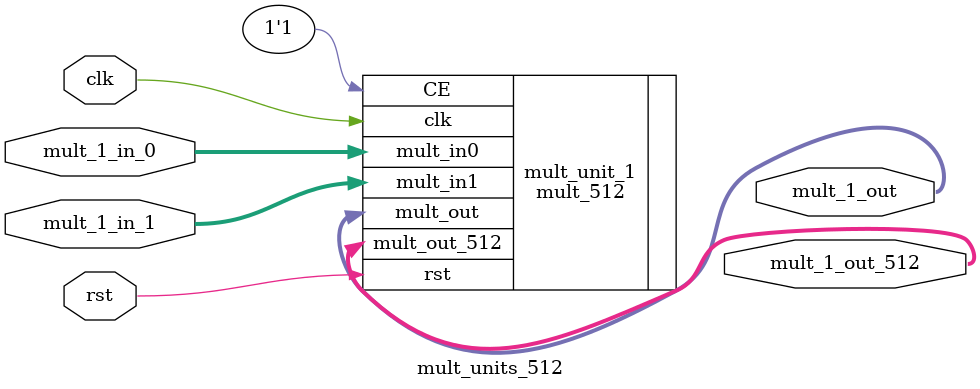
<source format=v>
`include "./mult_512.v"

module mult_units_512 (
    /* The usual */
    input wire clk,
    input wire rst,

    /* Inputs */
    input wire [255 : 0] mult_1_in_0,
    input wire [255 : 0] mult_1_in_1,

    /* Outputs */
    output wire [511: 0] mult_1_out_512,
    output wire [254: 0] mult_1_out
);

mult_512 mult_unit_1 (
    .clk(clk),
    .rst(rst),
    .CE(1'b1),
    .mult_in0(mult_1_in_0),
    .mult_in1(mult_1_in_1),
    .mult_out_512(mult_1_out_512),
    .mult_out(mult_1_out)
);

endmodule


</source>
